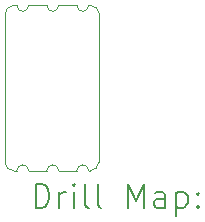
<source format=gbr>
%TF.GenerationSoftware,KiCad,Pcbnew,8.0.4*%
%TF.CreationDate,2025-05-10T11:43:12-04:00*%
%TF.ProjectId,usb_c_daughter,7573625f-635f-4646-9175-67687465722e,1*%
%TF.SameCoordinates,Original*%
%TF.FileFunction,Drillmap*%
%TF.FilePolarity,Positive*%
%FSLAX45Y45*%
G04 Gerber Fmt 4.5, Leading zero omitted, Abs format (unit mm)*
G04 Created by KiCad (PCBNEW 8.0.4) date 2025-05-10 11:43:12*
%MOMM*%
%LPD*%
G01*
G04 APERTURE LIST*
%ADD10C,0.010000*%
%ADD11C,0.200000*%
G04 APERTURE END LIST*
D10*
X0Y-225000D02*
G75*
G02*
X75000Y-150000I75000J0D01*
G01*
X724732Y-150000D02*
G75*
G02*
X799729Y-225268I-2J-75000D01*
G01*
X795267Y-1475268D02*
G75*
G02*
X720267Y-1549997I-74997J268D01*
G01*
X75000Y-1550000D02*
G75*
G02*
X0Y-1475000I0J75000D01*
G01*
X608000Y-1550000D02*
G75*
G02*
X708000Y-1550000I50000J0D01*
G01*
X354000Y-1550000D02*
G75*
G02*
X454000Y-1550000I50000J0D01*
G01*
X100000Y-1550000D02*
G75*
G02*
X200000Y-1550000I50000J0D01*
G01*
X708000Y-1550000D02*
X720267Y-1550000D01*
X454000Y-1550000D02*
X608000Y-1550000D01*
X708000Y-150000D02*
X724732Y-150000D01*
X454000Y-150000D02*
X608000Y-150000D01*
X200000Y-150000D02*
X354000Y-150000D01*
X708000Y-150000D02*
G75*
G02*
X608000Y-150000I-50000J0D01*
G01*
X454000Y-150000D02*
G75*
G02*
X354000Y-150000I-50000J0D01*
G01*
X100000Y-150000D02*
X75000Y-150000D01*
X200000Y-150000D02*
G75*
G02*
X100000Y-150000I-50000J0D01*
G01*
X799731Y-225268D02*
X795267Y-1475268D01*
X0Y-1475000D02*
X0Y-225000D01*
X354000Y-1550000D02*
X200000Y-1550000D01*
X100000Y-1550000D02*
X75000Y-1550000D01*
D11*
X260277Y-1861984D02*
X260277Y-1661984D01*
X260277Y-1661984D02*
X307896Y-1661984D01*
X307896Y-1661984D02*
X336467Y-1671508D01*
X336467Y-1671508D02*
X355515Y-1690555D01*
X355515Y-1690555D02*
X365039Y-1709603D01*
X365039Y-1709603D02*
X374562Y-1747698D01*
X374562Y-1747698D02*
X374562Y-1776269D01*
X374562Y-1776269D02*
X365039Y-1814365D01*
X365039Y-1814365D02*
X355515Y-1833412D01*
X355515Y-1833412D02*
X336467Y-1852460D01*
X336467Y-1852460D02*
X307896Y-1861984D01*
X307896Y-1861984D02*
X260277Y-1861984D01*
X460277Y-1861984D02*
X460277Y-1728650D01*
X460277Y-1766746D02*
X469801Y-1747698D01*
X469801Y-1747698D02*
X479324Y-1738174D01*
X479324Y-1738174D02*
X498372Y-1728650D01*
X498372Y-1728650D02*
X517420Y-1728650D01*
X584086Y-1861984D02*
X584086Y-1728650D01*
X584086Y-1661984D02*
X574563Y-1671508D01*
X574563Y-1671508D02*
X584086Y-1681031D01*
X584086Y-1681031D02*
X593610Y-1671508D01*
X593610Y-1671508D02*
X584086Y-1661984D01*
X584086Y-1661984D02*
X584086Y-1681031D01*
X707896Y-1861984D02*
X688848Y-1852460D01*
X688848Y-1852460D02*
X679324Y-1833412D01*
X679324Y-1833412D02*
X679324Y-1661984D01*
X812658Y-1861984D02*
X793610Y-1852460D01*
X793610Y-1852460D02*
X784086Y-1833412D01*
X784086Y-1833412D02*
X784086Y-1661984D01*
X1041229Y-1861984D02*
X1041229Y-1661984D01*
X1041229Y-1661984D02*
X1107896Y-1804841D01*
X1107896Y-1804841D02*
X1174563Y-1661984D01*
X1174563Y-1661984D02*
X1174563Y-1861984D01*
X1355515Y-1861984D02*
X1355515Y-1757222D01*
X1355515Y-1757222D02*
X1345991Y-1738174D01*
X1345991Y-1738174D02*
X1326944Y-1728650D01*
X1326944Y-1728650D02*
X1288848Y-1728650D01*
X1288848Y-1728650D02*
X1269801Y-1738174D01*
X1355515Y-1852460D02*
X1336467Y-1861984D01*
X1336467Y-1861984D02*
X1288848Y-1861984D01*
X1288848Y-1861984D02*
X1269801Y-1852460D01*
X1269801Y-1852460D02*
X1260277Y-1833412D01*
X1260277Y-1833412D02*
X1260277Y-1814365D01*
X1260277Y-1814365D02*
X1269801Y-1795317D01*
X1269801Y-1795317D02*
X1288848Y-1785793D01*
X1288848Y-1785793D02*
X1336467Y-1785793D01*
X1336467Y-1785793D02*
X1355515Y-1776269D01*
X1450753Y-1728650D02*
X1450753Y-1928650D01*
X1450753Y-1738174D02*
X1469801Y-1728650D01*
X1469801Y-1728650D02*
X1507896Y-1728650D01*
X1507896Y-1728650D02*
X1526943Y-1738174D01*
X1526943Y-1738174D02*
X1536467Y-1747698D01*
X1536467Y-1747698D02*
X1545991Y-1766746D01*
X1545991Y-1766746D02*
X1545991Y-1823888D01*
X1545991Y-1823888D02*
X1536467Y-1842936D01*
X1536467Y-1842936D02*
X1526943Y-1852460D01*
X1526943Y-1852460D02*
X1507896Y-1861984D01*
X1507896Y-1861984D02*
X1469801Y-1861984D01*
X1469801Y-1861984D02*
X1450753Y-1852460D01*
X1631705Y-1842936D02*
X1641229Y-1852460D01*
X1641229Y-1852460D02*
X1631705Y-1861984D01*
X1631705Y-1861984D02*
X1622182Y-1852460D01*
X1622182Y-1852460D02*
X1631705Y-1842936D01*
X1631705Y-1842936D02*
X1631705Y-1861984D01*
X1631705Y-1738174D02*
X1641229Y-1747698D01*
X1641229Y-1747698D02*
X1631705Y-1757222D01*
X1631705Y-1757222D02*
X1622182Y-1747698D01*
X1622182Y-1747698D02*
X1631705Y-1738174D01*
X1631705Y-1738174D02*
X1631705Y-1757222D01*
M02*

</source>
